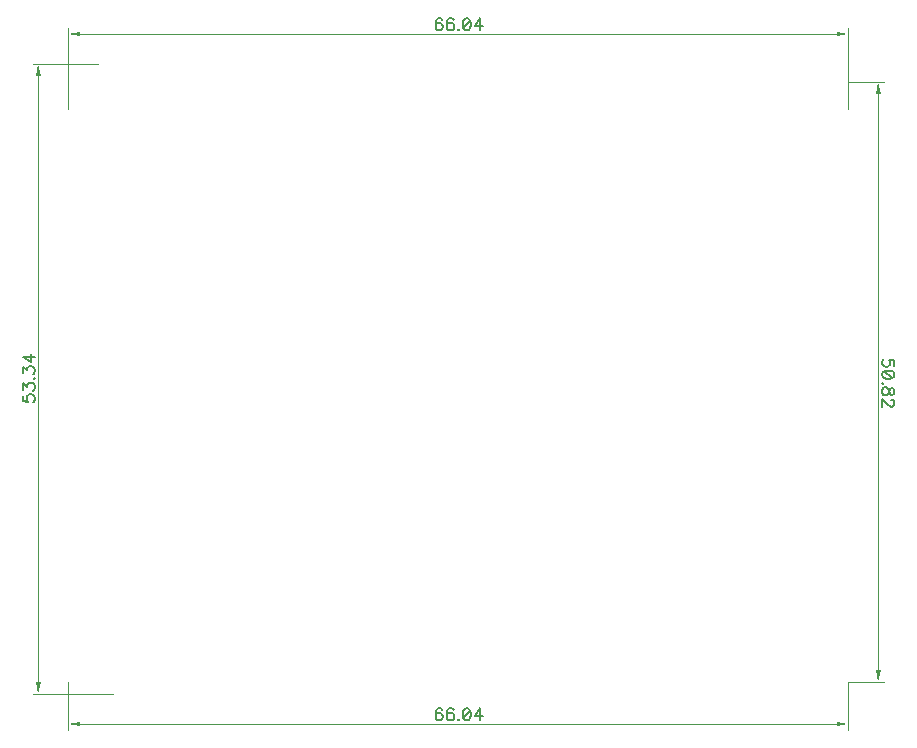
<source format=gbr>
G04 DipTrace 2.4.0.2*
%INTopDimension.gbr*%
%MOIN*%
%ADD13C,0.0014*%
%ADD49C,0.0062*%
%FSLAX44Y44*%
G04*
G70*
G90*
G75*
G01*
%LNTopDimension*%
%LPD*%
X29940Y23440D2*
D13*
Y26137D1*
X3940Y23440D2*
Y26137D1*
X16940Y25940D2*
X29546D1*
G36*
X29940D2*
X29546Y25861D1*
Y26019D1*
X29940Y25940D1*
G37*
X16940D2*
D13*
X4334D1*
G36*
X3940D2*
X4334Y26019D1*
Y25861D1*
X3940Y25940D1*
G37*
X4940Y24940D2*
D13*
X2743D1*
X5440Y3940D2*
X2743D1*
X2940Y14440D2*
Y24546D1*
G36*
Y24940D2*
X3019Y24546D1*
X2861D1*
X2940Y24940D1*
G37*
Y14440D2*
D13*
Y4334D1*
G36*
Y3940D2*
X2861Y4334D1*
X3019D1*
X2940Y3940D1*
G37*
X29940Y24340D2*
D13*
X31137D1*
X29940Y4334D2*
X31137D1*
X30940Y14337D2*
Y23946D1*
G36*
Y24340D2*
X31019Y23946D1*
X30861D1*
X30940Y24340D1*
G37*
Y14337D2*
D13*
Y4728D1*
G36*
Y4334D2*
X30861Y4728D1*
X31019D1*
X30940Y4334D1*
G37*
X3940D2*
D13*
Y2743D1*
X29940Y4334D2*
Y2743D1*
X16940Y2940D2*
X4334D1*
G36*
X3940D2*
X4334Y3019D1*
Y2861D1*
X3940Y2940D1*
G37*
X16940D2*
D13*
X29546D1*
G36*
X29940D2*
X29546Y2861D1*
Y3019D1*
X29940Y2940D1*
G37*
X16408Y26407D2*
D49*
X16389Y26445D1*
X16332Y26464D1*
X16294D1*
X16236Y26445D1*
X16198Y26387D1*
X16179Y26292D1*
Y26196D1*
X16198Y26120D1*
X16236Y26081D1*
X16294Y26062D1*
X16313D1*
X16370Y26081D1*
X16408Y26120D1*
X16427Y26177D1*
Y26196D1*
X16408Y26254D1*
X16370Y26292D1*
X16313Y26311D1*
X16294D1*
X16236Y26292D1*
X16198Y26254D1*
X16179Y26196D1*
X16780Y26407D2*
X16761Y26445D1*
X16704Y26464D1*
X16666D1*
X16608Y26445D1*
X16570Y26387D1*
X16551Y26292D1*
Y26196D1*
X16570Y26120D1*
X16608Y26081D1*
X16666Y26062D1*
X16685D1*
X16742Y26081D1*
X16780Y26120D1*
X16799Y26177D1*
Y26196D1*
X16780Y26254D1*
X16742Y26292D1*
X16685Y26311D1*
X16666D1*
X16608Y26292D1*
X16570Y26254D1*
X16551Y26196D1*
X16942Y26101D2*
X16923Y26081D1*
X16942Y26062D1*
X16961Y26081D1*
X16942Y26101D1*
X17200Y26464D2*
X17142Y26445D1*
X17104Y26387D1*
X17085Y26292D1*
Y26234D1*
X17104Y26139D1*
X17142Y26081D1*
X17200Y26062D1*
X17238D1*
X17295Y26081D1*
X17333Y26139D1*
X17353Y26234D1*
Y26292D1*
X17333Y26387D1*
X17295Y26445D1*
X17238Y26464D1*
X17200D1*
X17333Y26387D2*
X17104Y26139D1*
X17668Y26062D2*
Y26464D1*
X17476Y26196D1*
X17763D1*
X2417Y13889D2*
Y13698D1*
X2589Y13679D1*
X2570Y13698D1*
X2550Y13755D1*
Y13812D1*
X2570Y13870D1*
X2608Y13908D1*
X2665Y13927D1*
X2703D1*
X2761Y13908D1*
X2799Y13870D1*
X2818Y13812D1*
Y13755D1*
X2799Y13698D1*
X2780Y13679D1*
X2742Y13659D1*
X2417Y14089D2*
Y14299D1*
X2570Y14185D1*
Y14242D1*
X2589Y14280D1*
X2608Y14299D1*
X2665Y14319D1*
X2703D1*
X2761Y14299D1*
X2799Y14261D1*
X2818Y14204D1*
Y14146D1*
X2799Y14089D1*
X2780Y14070D1*
X2742Y14051D1*
X2780Y14461D2*
X2799Y14442D1*
X2818Y14461D1*
X2799Y14481D1*
X2780Y14461D1*
X2417Y14643D2*
Y14853D1*
X2570Y14738D1*
Y14796D1*
X2589Y14834D1*
X2608Y14853D1*
X2665Y14872D1*
X2703D1*
X2761Y14853D1*
X2799Y14815D1*
X2818Y14757D1*
Y14700D1*
X2799Y14643D1*
X2780Y14624D1*
X2742Y14604D1*
X2818Y15187D2*
X2417D1*
X2684Y14996D1*
Y15283D1*
X31464Y14879D2*
Y15070D1*
X31292Y15089D1*
X31311Y15070D1*
X31330Y15012D1*
Y14955D1*
X31311Y14898D1*
X31273Y14859D1*
X31215Y14840D1*
X31177D1*
X31120Y14859D1*
X31081Y14898D1*
X31062Y14955D1*
Y15012D1*
X31081Y15070D1*
X31101Y15089D1*
X31139Y15108D1*
X31464Y14602D2*
X31445Y14659D1*
X31387Y14698D1*
X31292Y14717D1*
X31234D1*
X31139Y14698D1*
X31081Y14659D1*
X31062Y14602D1*
Y14564D1*
X31081Y14506D1*
X31139Y14468D1*
X31234Y14449D1*
X31292D1*
X31387Y14468D1*
X31445Y14506D1*
X31464Y14564D1*
Y14602D1*
X31387Y14468D2*
X31139Y14698D1*
X31101Y14306D2*
X31081Y14325D1*
X31062Y14306D1*
X31081Y14287D1*
X31101Y14306D1*
X31464Y14068D2*
X31445Y14125D1*
X31407Y14144D1*
X31368D1*
X31330Y14125D1*
X31311Y14087D1*
X31292Y14010D1*
X31273Y13953D1*
X31234Y13915D1*
X31196Y13896D1*
X31139D1*
X31101Y13915D1*
X31081Y13934D1*
X31062Y13991D1*
Y14068D1*
X31081Y14125D1*
X31101Y14144D1*
X31139Y14163D1*
X31196D1*
X31234Y14144D1*
X31273Y14106D1*
X31292Y14049D1*
X31311Y13972D1*
X31330Y13934D1*
X31368Y13915D1*
X31407D1*
X31445Y13934D1*
X31464Y13991D1*
Y14068D1*
X31368Y13753D2*
X31387D1*
X31426Y13734D1*
X31445Y13715D1*
X31464Y13676D1*
Y13600D1*
X31445Y13562D1*
X31426Y13543D1*
X31387Y13523D1*
X31349D1*
X31311Y13543D1*
X31254Y13581D1*
X31062Y13772D1*
Y13504D1*
X16408Y3407D2*
X16389Y3445D1*
X16332Y3464D1*
X16294D1*
X16236Y3445D1*
X16198Y3387D1*
X16179Y3292D1*
Y3196D1*
X16198Y3120D1*
X16236Y3081D1*
X16294Y3062D1*
X16313D1*
X16370Y3081D1*
X16408Y3120D1*
X16427Y3177D1*
Y3196D1*
X16408Y3254D1*
X16370Y3292D1*
X16313Y3311D1*
X16294D1*
X16236Y3292D1*
X16198Y3254D1*
X16179Y3196D1*
X16780Y3407D2*
X16761Y3445D1*
X16704Y3464D1*
X16666D1*
X16608Y3445D1*
X16570Y3387D1*
X16551Y3292D1*
Y3196D1*
X16570Y3120D1*
X16608Y3081D1*
X16666Y3062D1*
X16685D1*
X16742Y3081D1*
X16780Y3120D1*
X16799Y3177D1*
Y3196D1*
X16780Y3254D1*
X16742Y3292D1*
X16685Y3311D1*
X16666D1*
X16608Y3292D1*
X16570Y3254D1*
X16551Y3196D1*
X16942Y3101D2*
X16923Y3081D1*
X16942Y3062D1*
X16961Y3081D1*
X16942Y3101D1*
X17200Y3464D2*
X17142Y3445D1*
X17104Y3387D1*
X17085Y3292D1*
Y3234D1*
X17104Y3139D1*
X17142Y3081D1*
X17200Y3062D1*
X17238D1*
X17295Y3081D1*
X17333Y3139D1*
X17353Y3234D1*
Y3292D1*
X17333Y3387D1*
X17295Y3445D1*
X17238Y3464D1*
X17200D1*
X17333Y3387D2*
X17104Y3139D1*
X17668Y3062D2*
Y3464D1*
X17476Y3196D1*
X17763D1*
M02*

</source>
